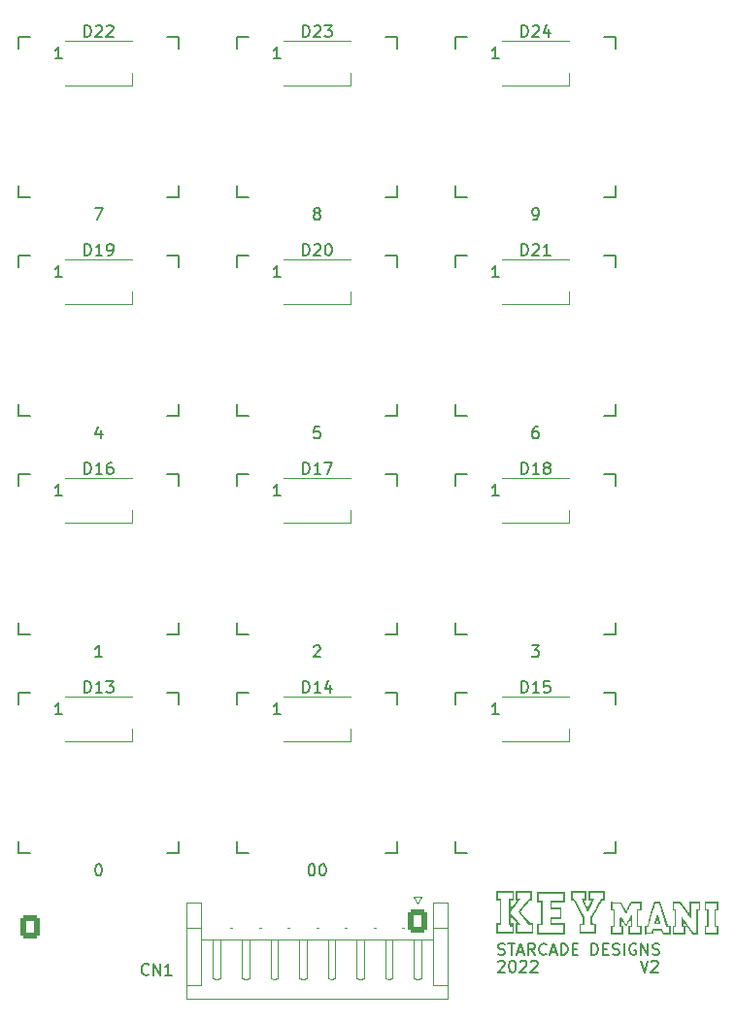
<source format=gto>
%TF.GenerationSoftware,KiCad,Pcbnew,(6.0.1)*%
%TF.CreationDate,2022-02-13T15:50:39-08:00*%
%TF.ProjectId,keymani,6b65796d-616e-4692-9e6b-696361645f70,-*%
%TF.SameCoordinates,Original*%
%TF.FileFunction,Legend,Top*%
%TF.FilePolarity,Positive*%
%FSLAX46Y46*%
G04 Gerber Fmt 4.6, Leading zero omitted, Abs format (unit mm)*
G04 Created by KiCad (PCBNEW (6.0.1)) date 2022-02-13 15:50:39*
%MOMM*%
%LPD*%
G01*
G04 APERTURE LIST*
G04 Aperture macros list*
%AMRoundRect*
0 Rectangle with rounded corners*
0 $1 Rounding radius*
0 $2 $3 $4 $5 $6 $7 $8 $9 X,Y pos of 4 corners*
0 Add a 4 corners polygon primitive as box body*
4,1,4,$2,$3,$4,$5,$6,$7,$8,$9,$2,$3,0*
0 Add four circle primitives for the rounded corners*
1,1,$1+$1,$2,$3*
1,1,$1+$1,$4,$5*
1,1,$1+$1,$6,$7*
1,1,$1+$1,$8,$9*
0 Add four rect primitives between the rounded corners*
20,1,$1+$1,$2,$3,$4,$5,0*
20,1,$1+$1,$4,$5,$6,$7,0*
20,1,$1+$1,$6,$7,$8,$9,0*
20,1,$1+$1,$8,$9,$2,$3,0*%
G04 Aperture macros list end*
%ADD10C,0.150000*%
%ADD11C,0.120000*%
%ADD12R,1.600000X0.850000*%
%ADD13C,1.600000*%
%ADD14C,5.000000*%
%ADD15C,1.701800*%
%ADD16C,2.032000*%
%ADD17RoundRect,0.250000X0.600000X0.725000X-0.600000X0.725000X-0.600000X-0.725000X0.600000X-0.725000X0*%
%ADD18O,1.700000X1.950000*%
%ADD19C,3.500000*%
%ADD20R,1.600000X1.600000*%
%ADD21O,1.600000X1.600000*%
G04 APERTURE END LIST*
D10*
%TO.C,D19*%
X132735714Y-91977380D02*
X132735714Y-90977380D01*
X132973809Y-90977380D01*
X133116666Y-91025000D01*
X133211904Y-91120238D01*
X133259523Y-91215476D01*
X133307142Y-91405952D01*
X133307142Y-91548809D01*
X133259523Y-91739285D01*
X133211904Y-91834523D01*
X133116666Y-91929761D01*
X132973809Y-91977380D01*
X132735714Y-91977380D01*
X134259523Y-91977380D02*
X133688095Y-91977380D01*
X133973809Y-91977380D02*
X133973809Y-90977380D01*
X133878571Y-91120238D01*
X133783333Y-91215476D01*
X133688095Y-91263095D01*
X134735714Y-91977380D02*
X134926190Y-91977380D01*
X135021428Y-91929761D01*
X135069047Y-91882142D01*
X135164285Y-91739285D01*
X135211904Y-91548809D01*
X135211904Y-91167857D01*
X135164285Y-91072619D01*
X135116666Y-91025000D01*
X135021428Y-90977380D01*
X134830952Y-90977380D01*
X134735714Y-91025000D01*
X134688095Y-91072619D01*
X134640476Y-91167857D01*
X134640476Y-91405952D01*
X134688095Y-91501190D01*
X134735714Y-91548809D01*
X134830952Y-91596428D01*
X135021428Y-91596428D01*
X135116666Y-91548809D01*
X135164285Y-91501190D01*
X135211904Y-91405952D01*
X130735714Y-93852380D02*
X130164285Y-93852380D01*
X130450000Y-93852380D02*
X130450000Y-92852380D01*
X130354761Y-92995238D01*
X130259523Y-93090476D01*
X130164285Y-93138095D01*
%TO.C,SW10*%
X133616666Y-87877380D02*
X134283333Y-87877380D01*
X133854761Y-88877380D01*
%TO.C,D23*%
X151785714Y-72927380D02*
X151785714Y-71927380D01*
X152023809Y-71927380D01*
X152166666Y-71975000D01*
X152261904Y-72070238D01*
X152309523Y-72165476D01*
X152357142Y-72355952D01*
X152357142Y-72498809D01*
X152309523Y-72689285D01*
X152261904Y-72784523D01*
X152166666Y-72879761D01*
X152023809Y-72927380D01*
X151785714Y-72927380D01*
X152738095Y-72022619D02*
X152785714Y-71975000D01*
X152880952Y-71927380D01*
X153119047Y-71927380D01*
X153214285Y-71975000D01*
X153261904Y-72022619D01*
X153309523Y-72117857D01*
X153309523Y-72213095D01*
X153261904Y-72355952D01*
X152690476Y-72927380D01*
X153309523Y-72927380D01*
X153642857Y-71927380D02*
X154261904Y-71927380D01*
X153928571Y-72308333D01*
X154071428Y-72308333D01*
X154166666Y-72355952D01*
X154214285Y-72403571D01*
X154261904Y-72498809D01*
X154261904Y-72736904D01*
X154214285Y-72832142D01*
X154166666Y-72879761D01*
X154071428Y-72927380D01*
X153785714Y-72927380D01*
X153690476Y-72879761D01*
X153642857Y-72832142D01*
X149785714Y-74802380D02*
X149214285Y-74802380D01*
X149500000Y-74802380D02*
X149500000Y-73802380D01*
X149404761Y-73945238D01*
X149309523Y-74040476D01*
X149214285Y-74088095D01*
%TO.C,SW5*%
X152714285Y-126072619D02*
X152761904Y-126025000D01*
X152857142Y-125977380D01*
X153095238Y-125977380D01*
X153190476Y-126025000D01*
X153238095Y-126072619D01*
X153285714Y-126167857D01*
X153285714Y-126263095D01*
X153238095Y-126405952D01*
X152666666Y-126977380D01*
X153285714Y-126977380D01*
%TO.C,CN1*%
X138309523Y-154607142D02*
X138261904Y-154654761D01*
X138119047Y-154702380D01*
X138023809Y-154702380D01*
X137880952Y-154654761D01*
X137785714Y-154559523D01*
X137738095Y-154464285D01*
X137690476Y-154273809D01*
X137690476Y-154130952D01*
X137738095Y-153940476D01*
X137785714Y-153845238D01*
X137880952Y-153750000D01*
X138023809Y-153702380D01*
X138119047Y-153702380D01*
X138261904Y-153750000D01*
X138309523Y-153797619D01*
X138738095Y-154702380D02*
X138738095Y-153702380D01*
X139309523Y-154702380D01*
X139309523Y-153702380D01*
X140309523Y-154702380D02*
X139738095Y-154702380D01*
X140023809Y-154702380D02*
X140023809Y-153702380D01*
X139928571Y-153845238D01*
X139833333Y-153940476D01*
X139738095Y-153988095D01*
%TO.C,SW8*%
X153238095Y-106927380D02*
X152761904Y-106927380D01*
X152714285Y-107403571D01*
X152761904Y-107355952D01*
X152857142Y-107308333D01*
X153095238Y-107308333D01*
X153190476Y-107355952D01*
X153238095Y-107403571D01*
X153285714Y-107498809D01*
X153285714Y-107736904D01*
X153238095Y-107832142D01*
X153190476Y-107879761D01*
X153095238Y-107927380D01*
X152857142Y-107927380D01*
X152761904Y-107879761D01*
X152714285Y-107832142D01*
%TO.C,D17*%
X151785714Y-111027380D02*
X151785714Y-110027380D01*
X152023809Y-110027380D01*
X152166666Y-110075000D01*
X152261904Y-110170238D01*
X152309523Y-110265476D01*
X152357142Y-110455952D01*
X152357142Y-110598809D01*
X152309523Y-110789285D01*
X152261904Y-110884523D01*
X152166666Y-110979761D01*
X152023809Y-111027380D01*
X151785714Y-111027380D01*
X153309523Y-111027380D02*
X152738095Y-111027380D01*
X153023809Y-111027380D02*
X153023809Y-110027380D01*
X152928571Y-110170238D01*
X152833333Y-110265476D01*
X152738095Y-110313095D01*
X153642857Y-110027380D02*
X154309523Y-110027380D01*
X153880952Y-111027380D01*
X149785714Y-112902380D02*
X149214285Y-112902380D01*
X149500000Y-112902380D02*
X149500000Y-111902380D01*
X149404761Y-112045238D01*
X149309523Y-112140476D01*
X149214285Y-112188095D01*
%TO.C,D18*%
X170835714Y-111027380D02*
X170835714Y-110027380D01*
X171073809Y-110027380D01*
X171216666Y-110075000D01*
X171311904Y-110170238D01*
X171359523Y-110265476D01*
X171407142Y-110455952D01*
X171407142Y-110598809D01*
X171359523Y-110789285D01*
X171311904Y-110884523D01*
X171216666Y-110979761D01*
X171073809Y-111027380D01*
X170835714Y-111027380D01*
X172359523Y-111027380D02*
X171788095Y-111027380D01*
X172073809Y-111027380D02*
X172073809Y-110027380D01*
X171978571Y-110170238D01*
X171883333Y-110265476D01*
X171788095Y-110313095D01*
X172930952Y-110455952D02*
X172835714Y-110408333D01*
X172788095Y-110360714D01*
X172740476Y-110265476D01*
X172740476Y-110217857D01*
X172788095Y-110122619D01*
X172835714Y-110075000D01*
X172930952Y-110027380D01*
X173121428Y-110027380D01*
X173216666Y-110075000D01*
X173264285Y-110122619D01*
X173311904Y-110217857D01*
X173311904Y-110265476D01*
X173264285Y-110360714D01*
X173216666Y-110408333D01*
X173121428Y-110455952D01*
X172930952Y-110455952D01*
X172835714Y-110503571D01*
X172788095Y-110551190D01*
X172740476Y-110646428D01*
X172740476Y-110836904D01*
X172788095Y-110932142D01*
X172835714Y-110979761D01*
X172930952Y-111027380D01*
X173121428Y-111027380D01*
X173216666Y-110979761D01*
X173264285Y-110932142D01*
X173311904Y-110836904D01*
X173311904Y-110646428D01*
X173264285Y-110551190D01*
X173216666Y-110503571D01*
X173121428Y-110455952D01*
X168835714Y-112902380D02*
X168264285Y-112902380D01*
X168550000Y-112902380D02*
X168550000Y-111902380D01*
X168454761Y-112045238D01*
X168359523Y-112140476D01*
X168264285Y-112188095D01*
%TO.C,D15*%
X170835714Y-130077380D02*
X170835714Y-129077380D01*
X171073809Y-129077380D01*
X171216666Y-129125000D01*
X171311904Y-129220238D01*
X171359523Y-129315476D01*
X171407142Y-129505952D01*
X171407142Y-129648809D01*
X171359523Y-129839285D01*
X171311904Y-129934523D01*
X171216666Y-130029761D01*
X171073809Y-130077380D01*
X170835714Y-130077380D01*
X172359523Y-130077380D02*
X171788095Y-130077380D01*
X172073809Y-130077380D02*
X172073809Y-129077380D01*
X171978571Y-129220238D01*
X171883333Y-129315476D01*
X171788095Y-129363095D01*
X173264285Y-129077380D02*
X172788095Y-129077380D01*
X172740476Y-129553571D01*
X172788095Y-129505952D01*
X172883333Y-129458333D01*
X173121428Y-129458333D01*
X173216666Y-129505952D01*
X173264285Y-129553571D01*
X173311904Y-129648809D01*
X173311904Y-129886904D01*
X173264285Y-129982142D01*
X173216666Y-130029761D01*
X173121428Y-130077380D01*
X172883333Y-130077380D01*
X172788095Y-130029761D01*
X172740476Y-129982142D01*
X168835714Y-131952380D02*
X168264285Y-131952380D01*
X168550000Y-131952380D02*
X168550000Y-130952380D01*
X168454761Y-131095238D01*
X168359523Y-131190476D01*
X168264285Y-131238095D01*
%TO.C,SW9*%
X172240476Y-106927380D02*
X172050000Y-106927380D01*
X171954761Y-106975000D01*
X171907142Y-107022619D01*
X171811904Y-107165476D01*
X171764285Y-107355952D01*
X171764285Y-107736904D01*
X171811904Y-107832142D01*
X171859523Y-107879761D01*
X171954761Y-107927380D01*
X172145238Y-107927380D01*
X172240476Y-107879761D01*
X172288095Y-107832142D01*
X172335714Y-107736904D01*
X172335714Y-107498809D01*
X172288095Y-107403571D01*
X172240476Y-107355952D01*
X172145238Y-107308333D01*
X171954761Y-107308333D01*
X171859523Y-107355952D01*
X171811904Y-107403571D01*
X171764285Y-107498809D01*
%TO.C,D16*%
X132735714Y-111027380D02*
X132735714Y-110027380D01*
X132973809Y-110027380D01*
X133116666Y-110075000D01*
X133211904Y-110170238D01*
X133259523Y-110265476D01*
X133307142Y-110455952D01*
X133307142Y-110598809D01*
X133259523Y-110789285D01*
X133211904Y-110884523D01*
X133116666Y-110979761D01*
X132973809Y-111027380D01*
X132735714Y-111027380D01*
X134259523Y-111027380D02*
X133688095Y-111027380D01*
X133973809Y-111027380D02*
X133973809Y-110027380D01*
X133878571Y-110170238D01*
X133783333Y-110265476D01*
X133688095Y-110313095D01*
X135116666Y-110027380D02*
X134926190Y-110027380D01*
X134830952Y-110075000D01*
X134783333Y-110122619D01*
X134688095Y-110265476D01*
X134640476Y-110455952D01*
X134640476Y-110836904D01*
X134688095Y-110932142D01*
X134735714Y-110979761D01*
X134830952Y-111027380D01*
X135021428Y-111027380D01*
X135116666Y-110979761D01*
X135164285Y-110932142D01*
X135211904Y-110836904D01*
X135211904Y-110598809D01*
X135164285Y-110503571D01*
X135116666Y-110455952D01*
X135021428Y-110408333D01*
X134830952Y-110408333D01*
X134735714Y-110455952D01*
X134688095Y-110503571D01*
X134640476Y-110598809D01*
X130735714Y-112902380D02*
X130164285Y-112902380D01*
X130450000Y-112902380D02*
X130450000Y-111902380D01*
X130354761Y-112045238D01*
X130259523Y-112140476D01*
X130164285Y-112188095D01*
%TO.C,SW12*%
X171859523Y-88877380D02*
X172050000Y-88877380D01*
X172145238Y-88829761D01*
X172192857Y-88782142D01*
X172288095Y-88639285D01*
X172335714Y-88448809D01*
X172335714Y-88067857D01*
X172288095Y-87972619D01*
X172240476Y-87925000D01*
X172145238Y-87877380D01*
X171954761Y-87877380D01*
X171859523Y-87925000D01*
X171811904Y-87972619D01*
X171764285Y-88067857D01*
X171764285Y-88305952D01*
X171811904Y-88401190D01*
X171859523Y-88448809D01*
X171954761Y-88496428D01*
X172145238Y-88496428D01*
X172240476Y-88448809D01*
X172288095Y-88401190D01*
X172335714Y-88305952D01*
%TO.C,SW2*%
X152476190Y-145027380D02*
X152571428Y-145027380D01*
X152666666Y-145075000D01*
X152714285Y-145122619D01*
X152761904Y-145217857D01*
X152809523Y-145408333D01*
X152809523Y-145646428D01*
X152761904Y-145836904D01*
X152714285Y-145932142D01*
X152666666Y-145979761D01*
X152571428Y-146027380D01*
X152476190Y-146027380D01*
X152380952Y-145979761D01*
X152333333Y-145932142D01*
X152285714Y-145836904D01*
X152238095Y-145646428D01*
X152238095Y-145408333D01*
X152285714Y-145217857D01*
X152333333Y-145122619D01*
X152380952Y-145075000D01*
X152476190Y-145027380D01*
X153428571Y-145027380D02*
X153523809Y-145027380D01*
X153619047Y-145075000D01*
X153666666Y-145122619D01*
X153714285Y-145217857D01*
X153761904Y-145408333D01*
X153761904Y-145646428D01*
X153714285Y-145836904D01*
X153666666Y-145932142D01*
X153619047Y-145979761D01*
X153523809Y-146027380D01*
X153428571Y-146027380D01*
X153333333Y-145979761D01*
X153285714Y-145932142D01*
X153238095Y-145836904D01*
X153190476Y-145646428D01*
X153190476Y-145408333D01*
X153238095Y-145217857D01*
X153285714Y-145122619D01*
X153333333Y-145075000D01*
X153428571Y-145027380D01*
%TO.C,D13*%
X132735714Y-130077380D02*
X132735714Y-129077380D01*
X132973809Y-129077380D01*
X133116666Y-129125000D01*
X133211904Y-129220238D01*
X133259523Y-129315476D01*
X133307142Y-129505952D01*
X133307142Y-129648809D01*
X133259523Y-129839285D01*
X133211904Y-129934523D01*
X133116666Y-130029761D01*
X132973809Y-130077380D01*
X132735714Y-130077380D01*
X134259523Y-130077380D02*
X133688095Y-130077380D01*
X133973809Y-130077380D02*
X133973809Y-129077380D01*
X133878571Y-129220238D01*
X133783333Y-129315476D01*
X133688095Y-129363095D01*
X134592857Y-129077380D02*
X135211904Y-129077380D01*
X134878571Y-129458333D01*
X135021428Y-129458333D01*
X135116666Y-129505952D01*
X135164285Y-129553571D01*
X135211904Y-129648809D01*
X135211904Y-129886904D01*
X135164285Y-129982142D01*
X135116666Y-130029761D01*
X135021428Y-130077380D01*
X134735714Y-130077380D01*
X134640476Y-130029761D01*
X134592857Y-129982142D01*
X130735714Y-131952380D02*
X130164285Y-131952380D01*
X130450000Y-131952380D02*
X130450000Y-130952380D01*
X130354761Y-131095238D01*
X130259523Y-131190476D01*
X130164285Y-131238095D01*
%TO.C,D24*%
X170835714Y-72927380D02*
X170835714Y-71927380D01*
X171073809Y-71927380D01*
X171216666Y-71975000D01*
X171311904Y-72070238D01*
X171359523Y-72165476D01*
X171407142Y-72355952D01*
X171407142Y-72498809D01*
X171359523Y-72689285D01*
X171311904Y-72784523D01*
X171216666Y-72879761D01*
X171073809Y-72927380D01*
X170835714Y-72927380D01*
X171788095Y-72022619D02*
X171835714Y-71975000D01*
X171930952Y-71927380D01*
X172169047Y-71927380D01*
X172264285Y-71975000D01*
X172311904Y-72022619D01*
X172359523Y-72117857D01*
X172359523Y-72213095D01*
X172311904Y-72355952D01*
X171740476Y-72927380D01*
X172359523Y-72927380D01*
X173216666Y-72260714D02*
X173216666Y-72927380D01*
X172978571Y-71879761D02*
X172740476Y-72594047D01*
X173359523Y-72594047D01*
X168835714Y-74802380D02*
X168264285Y-74802380D01*
X168550000Y-74802380D02*
X168550000Y-73802380D01*
X168454761Y-73945238D01*
X168359523Y-74040476D01*
X168264285Y-74088095D01*
%TO.C,D22*%
X132735714Y-72927380D02*
X132735714Y-71927380D01*
X132973809Y-71927380D01*
X133116666Y-71975000D01*
X133211904Y-72070238D01*
X133259523Y-72165476D01*
X133307142Y-72355952D01*
X133307142Y-72498809D01*
X133259523Y-72689285D01*
X133211904Y-72784523D01*
X133116666Y-72879761D01*
X132973809Y-72927380D01*
X132735714Y-72927380D01*
X133688095Y-72022619D02*
X133735714Y-71975000D01*
X133830952Y-71927380D01*
X134069047Y-71927380D01*
X134164285Y-71975000D01*
X134211904Y-72022619D01*
X134259523Y-72117857D01*
X134259523Y-72213095D01*
X134211904Y-72355952D01*
X133640476Y-72927380D01*
X134259523Y-72927380D01*
X134640476Y-72022619D02*
X134688095Y-71975000D01*
X134783333Y-71927380D01*
X135021428Y-71927380D01*
X135116666Y-71975000D01*
X135164285Y-72022619D01*
X135211904Y-72117857D01*
X135211904Y-72213095D01*
X135164285Y-72355952D01*
X134592857Y-72927380D01*
X135211904Y-72927380D01*
X130735714Y-74802380D02*
X130164285Y-74802380D01*
X130450000Y-74802380D02*
X130450000Y-73802380D01*
X130354761Y-73945238D01*
X130259523Y-74040476D01*
X130164285Y-74088095D01*
%TO.C,SW1*%
X133902380Y-145027380D02*
X133997619Y-145027380D01*
X134092857Y-145075000D01*
X134140476Y-145122619D01*
X134188095Y-145217857D01*
X134235714Y-145408333D01*
X134235714Y-145646428D01*
X134188095Y-145836904D01*
X134140476Y-145932142D01*
X134092857Y-145979761D01*
X133997619Y-146027380D01*
X133902380Y-146027380D01*
X133807142Y-145979761D01*
X133759523Y-145932142D01*
X133711904Y-145836904D01*
X133664285Y-145646428D01*
X133664285Y-145408333D01*
X133711904Y-145217857D01*
X133759523Y-145122619D01*
X133807142Y-145075000D01*
X133902380Y-145027380D01*
%TO.C,D20*%
X151785714Y-91977380D02*
X151785714Y-90977380D01*
X152023809Y-90977380D01*
X152166666Y-91025000D01*
X152261904Y-91120238D01*
X152309523Y-91215476D01*
X152357142Y-91405952D01*
X152357142Y-91548809D01*
X152309523Y-91739285D01*
X152261904Y-91834523D01*
X152166666Y-91929761D01*
X152023809Y-91977380D01*
X151785714Y-91977380D01*
X152738095Y-91072619D02*
X152785714Y-91025000D01*
X152880952Y-90977380D01*
X153119047Y-90977380D01*
X153214285Y-91025000D01*
X153261904Y-91072619D01*
X153309523Y-91167857D01*
X153309523Y-91263095D01*
X153261904Y-91405952D01*
X152690476Y-91977380D01*
X153309523Y-91977380D01*
X153928571Y-90977380D02*
X154023809Y-90977380D01*
X154119047Y-91025000D01*
X154166666Y-91072619D01*
X154214285Y-91167857D01*
X154261904Y-91358333D01*
X154261904Y-91596428D01*
X154214285Y-91786904D01*
X154166666Y-91882142D01*
X154119047Y-91929761D01*
X154023809Y-91977380D01*
X153928571Y-91977380D01*
X153833333Y-91929761D01*
X153785714Y-91882142D01*
X153738095Y-91786904D01*
X153690476Y-91596428D01*
X153690476Y-91358333D01*
X153738095Y-91167857D01*
X153785714Y-91072619D01*
X153833333Y-91025000D01*
X153928571Y-90977380D01*
X149785714Y-93852380D02*
X149214285Y-93852380D01*
X149500000Y-93852380D02*
X149500000Y-92852380D01*
X149404761Y-92995238D01*
X149309523Y-93090476D01*
X149214285Y-93138095D01*
%TO.C,REF\u002A\u002A*%
X168787976Y-152904761D02*
X168930833Y-152952380D01*
X169168928Y-152952380D01*
X169264166Y-152904761D01*
X169311785Y-152857142D01*
X169359404Y-152761904D01*
X169359404Y-152666666D01*
X169311785Y-152571428D01*
X169264166Y-152523809D01*
X169168928Y-152476190D01*
X168978452Y-152428571D01*
X168883214Y-152380952D01*
X168835595Y-152333333D01*
X168787976Y-152238095D01*
X168787976Y-152142857D01*
X168835595Y-152047619D01*
X168883214Y-152000000D01*
X168978452Y-151952380D01*
X169216547Y-151952380D01*
X169359404Y-152000000D01*
X169645119Y-151952380D02*
X170216547Y-151952380D01*
X169930833Y-152952380D02*
X169930833Y-151952380D01*
X170502261Y-152666666D02*
X170978452Y-152666666D01*
X170407023Y-152952380D02*
X170740357Y-151952380D01*
X171073690Y-152952380D01*
X171978452Y-152952380D02*
X171645119Y-152476190D01*
X171407023Y-152952380D02*
X171407023Y-151952380D01*
X171787976Y-151952380D01*
X171883214Y-152000000D01*
X171930833Y-152047619D01*
X171978452Y-152142857D01*
X171978452Y-152285714D01*
X171930833Y-152380952D01*
X171883214Y-152428571D01*
X171787976Y-152476190D01*
X171407023Y-152476190D01*
X172978452Y-152857142D02*
X172930833Y-152904761D01*
X172787976Y-152952380D01*
X172692738Y-152952380D01*
X172549880Y-152904761D01*
X172454642Y-152809523D01*
X172407023Y-152714285D01*
X172359404Y-152523809D01*
X172359404Y-152380952D01*
X172407023Y-152190476D01*
X172454642Y-152095238D01*
X172549880Y-152000000D01*
X172692738Y-151952380D01*
X172787976Y-151952380D01*
X172930833Y-152000000D01*
X172978452Y-152047619D01*
X173359404Y-152666666D02*
X173835595Y-152666666D01*
X173264166Y-152952380D02*
X173597500Y-151952380D01*
X173930833Y-152952380D01*
X174264166Y-152952380D02*
X174264166Y-151952380D01*
X174502261Y-151952380D01*
X174645119Y-152000000D01*
X174740357Y-152095238D01*
X174787976Y-152190476D01*
X174835595Y-152380952D01*
X174835595Y-152523809D01*
X174787976Y-152714285D01*
X174740357Y-152809523D01*
X174645119Y-152904761D01*
X174502261Y-152952380D01*
X174264166Y-152952380D01*
X175264166Y-152428571D02*
X175597500Y-152428571D01*
X175740357Y-152952380D02*
X175264166Y-152952380D01*
X175264166Y-151952380D01*
X175740357Y-151952380D01*
X176930833Y-152952380D02*
X176930833Y-151952380D01*
X177168928Y-151952380D01*
X177311785Y-152000000D01*
X177407023Y-152095238D01*
X177454642Y-152190476D01*
X177502261Y-152380952D01*
X177502261Y-152523809D01*
X177454642Y-152714285D01*
X177407023Y-152809523D01*
X177311785Y-152904761D01*
X177168928Y-152952380D01*
X176930833Y-152952380D01*
X177930833Y-152428571D02*
X178264166Y-152428571D01*
X178407023Y-152952380D02*
X177930833Y-152952380D01*
X177930833Y-151952380D01*
X178407023Y-151952380D01*
X178787976Y-152904761D02*
X178930833Y-152952380D01*
X179168928Y-152952380D01*
X179264166Y-152904761D01*
X179311785Y-152857142D01*
X179359404Y-152761904D01*
X179359404Y-152666666D01*
X179311785Y-152571428D01*
X179264166Y-152523809D01*
X179168928Y-152476190D01*
X178978452Y-152428571D01*
X178883214Y-152380952D01*
X178835595Y-152333333D01*
X178787976Y-152238095D01*
X178787976Y-152142857D01*
X178835595Y-152047619D01*
X178883214Y-152000000D01*
X178978452Y-151952380D01*
X179216547Y-151952380D01*
X179359404Y-152000000D01*
X179787976Y-152952380D02*
X179787976Y-151952380D01*
X180787976Y-152000000D02*
X180692738Y-151952380D01*
X180549880Y-151952380D01*
X180407023Y-152000000D01*
X180311785Y-152095238D01*
X180264166Y-152190476D01*
X180216547Y-152380952D01*
X180216547Y-152523809D01*
X180264166Y-152714285D01*
X180311785Y-152809523D01*
X180407023Y-152904761D01*
X180549880Y-152952380D01*
X180645119Y-152952380D01*
X180787976Y-152904761D01*
X180835595Y-152857142D01*
X180835595Y-152523809D01*
X180645119Y-152523809D01*
X181264166Y-152952380D02*
X181264166Y-151952380D01*
X181835595Y-152952380D01*
X181835595Y-151952380D01*
X182264166Y-152904761D02*
X182407023Y-152952380D01*
X182645119Y-152952380D01*
X182740357Y-152904761D01*
X182787976Y-152857142D01*
X182835595Y-152761904D01*
X182835595Y-152666666D01*
X182787976Y-152571428D01*
X182740357Y-152523809D01*
X182645119Y-152476190D01*
X182454642Y-152428571D01*
X182359404Y-152380952D01*
X182311785Y-152333333D01*
X182264166Y-152238095D01*
X182264166Y-152142857D01*
X182311785Y-152047619D01*
X182359404Y-152000000D01*
X182454642Y-151952380D01*
X182692738Y-151952380D01*
X182835595Y-152000000D01*
X168787976Y-153547619D02*
X168835595Y-153500000D01*
X168930833Y-153452380D01*
X169168928Y-153452380D01*
X169264166Y-153500000D01*
X169311785Y-153547619D01*
X169359404Y-153642857D01*
X169359404Y-153738095D01*
X169311785Y-153880952D01*
X168740357Y-154452380D01*
X169359404Y-154452380D01*
X169978452Y-153452380D02*
X170073690Y-153452380D01*
X170168928Y-153500000D01*
X170216547Y-153547619D01*
X170264166Y-153642857D01*
X170311785Y-153833333D01*
X170311785Y-154071428D01*
X170264166Y-154261904D01*
X170216547Y-154357142D01*
X170168928Y-154404761D01*
X170073690Y-154452380D01*
X169978452Y-154452380D01*
X169883214Y-154404761D01*
X169835595Y-154357142D01*
X169787976Y-154261904D01*
X169740357Y-154071428D01*
X169740357Y-153833333D01*
X169787976Y-153642857D01*
X169835595Y-153547619D01*
X169883214Y-153500000D01*
X169978452Y-153452380D01*
X170692738Y-153547619D02*
X170740357Y-153500000D01*
X170835595Y-153452380D01*
X171073690Y-153452380D01*
X171168928Y-153500000D01*
X171216547Y-153547619D01*
X171264166Y-153642857D01*
X171264166Y-153738095D01*
X171216547Y-153880952D01*
X170645119Y-154452380D01*
X171264166Y-154452380D01*
X171645119Y-153547619D02*
X171692738Y-153500000D01*
X171787976Y-153452380D01*
X172026071Y-153452380D01*
X172121309Y-153500000D01*
X172168928Y-153547619D01*
X172216547Y-153642857D01*
X172216547Y-153738095D01*
X172168928Y-153880952D01*
X171597500Y-154452380D01*
X172216547Y-154452380D01*
X181192738Y-153452380D02*
X181526071Y-154452380D01*
X181859404Y-153452380D01*
X182145119Y-153547619D02*
X182192738Y-153500000D01*
X182287976Y-153452380D01*
X182526071Y-153452380D01*
X182621309Y-153500000D01*
X182668928Y-153547619D01*
X182716547Y-153642857D01*
X182716547Y-153738095D01*
X182668928Y-153880952D01*
X182097500Y-154452380D01*
X182716547Y-154452380D01*
%TO.C,D21*%
X170835714Y-91977380D02*
X170835714Y-90977380D01*
X171073809Y-90977380D01*
X171216666Y-91025000D01*
X171311904Y-91120238D01*
X171359523Y-91215476D01*
X171407142Y-91405952D01*
X171407142Y-91548809D01*
X171359523Y-91739285D01*
X171311904Y-91834523D01*
X171216666Y-91929761D01*
X171073809Y-91977380D01*
X170835714Y-91977380D01*
X171788095Y-91072619D02*
X171835714Y-91025000D01*
X171930952Y-90977380D01*
X172169047Y-90977380D01*
X172264285Y-91025000D01*
X172311904Y-91072619D01*
X172359523Y-91167857D01*
X172359523Y-91263095D01*
X172311904Y-91405952D01*
X171740476Y-91977380D01*
X172359523Y-91977380D01*
X173311904Y-91977380D02*
X172740476Y-91977380D01*
X173026190Y-91977380D02*
X173026190Y-90977380D01*
X172930952Y-91120238D01*
X172835714Y-91215476D01*
X172740476Y-91263095D01*
X168835714Y-93852380D02*
X168264285Y-93852380D01*
X168550000Y-93852380D02*
X168550000Y-92852380D01*
X168454761Y-92995238D01*
X168359523Y-93090476D01*
X168264285Y-93138095D01*
%TO.C,D14*%
X151785714Y-130077380D02*
X151785714Y-129077380D01*
X152023809Y-129077380D01*
X152166666Y-129125000D01*
X152261904Y-129220238D01*
X152309523Y-129315476D01*
X152357142Y-129505952D01*
X152357142Y-129648809D01*
X152309523Y-129839285D01*
X152261904Y-129934523D01*
X152166666Y-130029761D01*
X152023809Y-130077380D01*
X151785714Y-130077380D01*
X153309523Y-130077380D02*
X152738095Y-130077380D01*
X153023809Y-130077380D02*
X153023809Y-129077380D01*
X152928571Y-129220238D01*
X152833333Y-129315476D01*
X152738095Y-129363095D01*
X154166666Y-129410714D02*
X154166666Y-130077380D01*
X153928571Y-129029761D02*
X153690476Y-129744047D01*
X154309523Y-129744047D01*
X149785714Y-131952380D02*
X149214285Y-131952380D01*
X149500000Y-131952380D02*
X149500000Y-130952380D01*
X149404761Y-131095238D01*
X149309523Y-131190476D01*
X149214285Y-131238095D01*
%TO.C,SW3*%
%TO.C,SW6*%
X171716666Y-125977380D02*
X172335714Y-125977380D01*
X172002380Y-126358333D01*
X172145238Y-126358333D01*
X172240476Y-126405952D01*
X172288095Y-126453571D01*
X172335714Y-126548809D01*
X172335714Y-126786904D01*
X172288095Y-126882142D01*
X172240476Y-126929761D01*
X172145238Y-126977380D01*
X171859523Y-126977380D01*
X171764285Y-126929761D01*
X171716666Y-126882142D01*
%TO.C,SW4*%
X134235714Y-126977380D02*
X133664285Y-126977380D01*
X133950000Y-126977380D02*
X133950000Y-125977380D01*
X133854761Y-126120238D01*
X133759523Y-126215476D01*
X133664285Y-126263095D01*
%TO.C,SW11*%
X152904761Y-88305952D02*
X152809523Y-88258333D01*
X152761904Y-88210714D01*
X152714285Y-88115476D01*
X152714285Y-88067857D01*
X152761904Y-87972619D01*
X152809523Y-87925000D01*
X152904761Y-87877380D01*
X153095238Y-87877380D01*
X153190476Y-87925000D01*
X153238095Y-87972619D01*
X153285714Y-88067857D01*
X153285714Y-88115476D01*
X153238095Y-88210714D01*
X153190476Y-88258333D01*
X153095238Y-88305952D01*
X152904761Y-88305952D01*
X152809523Y-88353571D01*
X152761904Y-88401190D01*
X152714285Y-88496428D01*
X152714285Y-88686904D01*
X152761904Y-88782142D01*
X152809523Y-88829761D01*
X152904761Y-88877380D01*
X153095238Y-88877380D01*
X153190476Y-88829761D01*
X153238095Y-88782142D01*
X153285714Y-88686904D01*
X153285714Y-88496428D01*
X153238095Y-88401190D01*
X153190476Y-88353571D01*
X153095238Y-88305952D01*
%TO.C,SW7*%
X134140476Y-107260714D02*
X134140476Y-107927380D01*
X133902380Y-106879761D02*
X133664285Y-107594047D01*
X134283333Y-107594047D01*
D11*
%TO.C,D19*%
X131000000Y-92325000D02*
X136900000Y-92325000D01*
X131000000Y-96225000D02*
X136900000Y-96225000D01*
X136900000Y-96225000D02*
X136900000Y-95150000D01*
D10*
%TO.C,SW10*%
X140950000Y-72925000D02*
X139950000Y-72925000D01*
X127950000Y-72925000D02*
X126950000Y-72925000D01*
X140950000Y-85925000D02*
X140950000Y-86925000D01*
X126950000Y-73925000D02*
X126950000Y-72925000D01*
X140950000Y-72925000D02*
X140950000Y-73925000D01*
X126950000Y-86925000D02*
X126950000Y-85925000D01*
X139950000Y-86925000D02*
X140950000Y-86925000D01*
X126950000Y-86925000D02*
X127950000Y-86925000D01*
D11*
%TO.C,D23*%
X150050000Y-77175000D02*
X155950000Y-77175000D01*
X155950000Y-77175000D02*
X155950000Y-76100000D01*
X150050000Y-73275000D02*
X155950000Y-73275000D01*
D10*
%TO.C,SW5*%
X146000000Y-125025000D02*
X147000000Y-125025000D01*
X147000000Y-111025000D02*
X146000000Y-111025000D01*
X160000000Y-111025000D02*
X160000000Y-112025000D01*
X159000000Y-125025000D02*
X160000000Y-125025000D01*
X146000000Y-125025000D02*
X146000000Y-124025000D01*
X160000000Y-111025000D02*
X159000000Y-111025000D01*
X160000000Y-124025000D02*
X160000000Y-125025000D01*
X146000000Y-112025000D02*
X146000000Y-111025000D01*
D11*
%TO.C,CN1*%
X152070000Y-151557500D02*
X152070000Y-154977500D01*
X154250000Y-155057500D02*
X153930000Y-154977500D01*
X149570000Y-154977500D02*
X149250000Y-155057500D01*
X157070000Y-154977500D02*
X156750000Y-155057500D01*
X153930000Y-151557500D02*
X154250000Y-151557500D01*
X141640000Y-148357500D02*
X142860000Y-148357500D01*
X163140000Y-155557500D02*
X163140000Y-150557500D01*
X164360000Y-148357500D02*
X164360000Y-156777500D01*
X155580000Y-150557500D02*
X155420000Y-150557500D01*
X156750000Y-155057500D02*
X156430000Y-154977500D01*
X146750000Y-155057500D02*
X146430000Y-154977500D01*
X163140000Y-151557500D02*
X142860000Y-151557500D01*
X163140000Y-148357500D02*
X164360000Y-148357500D01*
X149250000Y-155057500D02*
X148930000Y-154977500D01*
X151430000Y-151557500D02*
X151750000Y-151557500D01*
X158930000Y-154977500D02*
X158930000Y-151557500D01*
X149250000Y-151557500D02*
X149570000Y-151557500D01*
X142860000Y-150557500D02*
X141640000Y-150557500D01*
X148930000Y-154977500D02*
X148930000Y-151557500D01*
X145580000Y-150557500D02*
X145420000Y-150557500D01*
X164360000Y-156777500D02*
X141640000Y-156777500D01*
X161450000Y-147867500D02*
X161750000Y-148467500D01*
X143930000Y-151557500D02*
X144250000Y-151557500D01*
X142860000Y-148357500D02*
X142860000Y-150557500D01*
X162070000Y-154977500D02*
X161750000Y-155057500D01*
X150580000Y-150557500D02*
X150420000Y-150557500D01*
X159250000Y-155057500D02*
X158930000Y-154977500D01*
X159570000Y-151557500D02*
X159570000Y-154977500D01*
X161750000Y-151557500D02*
X162070000Y-151557500D01*
X144570000Y-154977500D02*
X144250000Y-155057500D01*
X163140000Y-150557500D02*
X164360000Y-150557500D01*
X151750000Y-155057500D02*
X151430000Y-154977500D01*
X161750000Y-155057500D02*
X161430000Y-154977500D01*
X154570000Y-154977500D02*
X154250000Y-155057500D01*
X156750000Y-151557500D02*
X157070000Y-151557500D01*
X151430000Y-154977500D02*
X151430000Y-151557500D01*
X148080000Y-150557500D02*
X147920000Y-150557500D01*
X154250000Y-151557500D02*
X154570000Y-151557500D01*
X147070000Y-154977500D02*
X146750000Y-155057500D01*
X146750000Y-151557500D02*
X147070000Y-151557500D01*
X143930000Y-154977500D02*
X143930000Y-151557500D01*
X159250000Y-151557500D02*
X159570000Y-151557500D01*
X161430000Y-154977500D02*
X161430000Y-151557500D01*
X156430000Y-154977500D02*
X156430000Y-151557500D01*
X162070000Y-151557500D02*
X162070000Y-154977500D01*
X146430000Y-154977500D02*
X146430000Y-151557500D01*
X159570000Y-154977500D02*
X159250000Y-155057500D01*
X144250000Y-151557500D02*
X144570000Y-151557500D01*
X152070000Y-154977500D02*
X151750000Y-155057500D01*
X151750000Y-151557500D02*
X152070000Y-151557500D01*
X148930000Y-151557500D02*
X149250000Y-151557500D01*
X144250000Y-155057500D02*
X143930000Y-154977500D01*
X147070000Y-151557500D02*
X147070000Y-154977500D01*
X161430000Y-151557500D02*
X161750000Y-151557500D01*
X141640000Y-155557500D02*
X142860000Y-155557500D01*
X141640000Y-156777500D02*
X141640000Y-148357500D01*
X161750000Y-148467500D02*
X162050000Y-147867500D01*
X162050000Y-147867500D02*
X161450000Y-147867500D01*
X154570000Y-151557500D02*
X154570000Y-154977500D01*
X144570000Y-151557500D02*
X144570000Y-154977500D01*
X156430000Y-151557500D02*
X156750000Y-151557500D01*
X157070000Y-151557500D02*
X157070000Y-154977500D01*
X160580000Y-150557500D02*
X160420000Y-150557500D01*
X153080000Y-150557500D02*
X152920000Y-150557500D01*
X164360000Y-155557500D02*
X163140000Y-155557500D01*
X158930000Y-151557500D02*
X159250000Y-151557500D01*
X142860000Y-155557500D02*
X142860000Y-150557500D01*
X153930000Y-154977500D02*
X153930000Y-151557500D01*
X163140000Y-150557500D02*
X163140000Y-148357500D01*
X149570000Y-151557500D02*
X149570000Y-154977500D01*
X146430000Y-151557500D02*
X146750000Y-151557500D01*
X158080000Y-150557500D02*
X157920000Y-150557500D01*
D10*
%TO.C,SW8*%
X146000000Y-105975000D02*
X147000000Y-105975000D01*
X159000000Y-105975000D02*
X160000000Y-105975000D01*
X160000000Y-91975000D02*
X159000000Y-91975000D01*
X147000000Y-91975000D02*
X146000000Y-91975000D01*
X160000000Y-91975000D02*
X160000000Y-92975000D01*
X146000000Y-105975000D02*
X146000000Y-104975000D01*
X146000000Y-92975000D02*
X146000000Y-91975000D01*
X160000000Y-104975000D02*
X160000000Y-105975000D01*
D11*
%TO.C,D17*%
X155950000Y-115275000D02*
X155950000Y-114200000D01*
X150050000Y-115275000D02*
X155950000Y-115275000D01*
X150050000Y-111375000D02*
X155950000Y-111375000D01*
%TO.C,D18*%
X175000000Y-115275000D02*
X175000000Y-114200000D01*
X169100000Y-115275000D02*
X175000000Y-115275000D01*
X169100000Y-111375000D02*
X175000000Y-111375000D01*
%TO.C,G\u002A\u002A\u002A*%
G36*
X172518158Y-150202631D02*
G01*
X172518158Y-148364474D01*
X172183948Y-148364474D01*
X172183948Y-147428684D01*
X174623684Y-147428684D01*
X174623684Y-148397895D01*
X173453948Y-148397895D01*
X173453948Y-148765526D01*
X174322895Y-148765526D01*
X174322895Y-149801579D01*
X173453948Y-149801579D01*
X173453948Y-150135789D01*
X174623684Y-150135789D01*
X174623684Y-151138421D01*
X172183948Y-151138421D01*
X172183948Y-150971316D01*
X172351053Y-150971316D01*
X174456579Y-150971316D01*
X174456579Y-150302895D01*
X173320263Y-150302895D01*
X173320263Y-149634474D01*
X174191631Y-149634474D01*
X174182066Y-149308618D01*
X174172500Y-148982763D01*
X173746382Y-148973409D01*
X173320263Y-148964055D01*
X173320263Y-148230789D01*
X174456579Y-148230789D01*
X174456579Y-147595789D01*
X172351053Y-147595789D01*
X172351053Y-148193706D01*
X172509803Y-148203892D01*
X172668553Y-148214079D01*
X172677378Y-149275197D01*
X172686202Y-150336316D01*
X172351053Y-150336316D01*
X172351053Y-150971316D01*
X172183948Y-150971316D01*
X172183948Y-150202631D01*
X172518158Y-150202631D01*
G37*
G36*
X178834737Y-150403158D02*
G01*
X178834737Y-149066316D01*
X178600790Y-149066316D01*
X178600790Y-148329166D01*
X179056634Y-148338465D01*
X179512478Y-148347763D01*
X179930850Y-149141401D01*
X180137420Y-148736227D01*
X180343991Y-148331053D01*
X181274474Y-148331053D01*
X181274474Y-149066316D01*
X181007106Y-149066316D01*
X181007106Y-150403158D01*
X181274474Y-150403158D01*
X181274474Y-151138421D01*
X180138158Y-151138421D01*
X180138158Y-150403158D01*
X180338684Y-150403158D01*
X180337930Y-150127434D01*
X180337175Y-149851710D01*
X180229311Y-150025816D01*
X180150238Y-150154333D01*
X180067600Y-150289975D01*
X180027932Y-150355696D01*
X179934416Y-150511469D01*
X179748751Y-150215011D01*
X179670804Y-150091201D01*
X179606281Y-149989934D01*
X179563191Y-149923707D01*
X179549832Y-149904627D01*
X179543592Y-149928446D01*
X179538932Y-150004095D01*
X179536673Y-150116567D01*
X179536579Y-150146930D01*
X179537567Y-150276145D01*
X179543557Y-150352448D01*
X179559091Y-150389765D01*
X179588711Y-150402026D01*
X179620132Y-150403158D01*
X179703684Y-150403158D01*
X179703684Y-151138421D01*
X178600790Y-151138421D01*
X178600790Y-151004737D01*
X178734474Y-151004737D01*
X179570000Y-151004737D01*
X179570000Y-150754079D01*
X179568959Y-150626584D01*
X179562706Y-150551849D01*
X179546549Y-150515795D01*
X179515794Y-150504342D01*
X179486448Y-150503421D01*
X179402895Y-150503421D01*
X179402895Y-149961248D01*
X179403600Y-149759427D01*
X179406176Y-149616893D01*
X179411318Y-149526100D01*
X179419719Y-149479505D01*
X179432072Y-149469560D01*
X179446671Y-149484998D01*
X179480112Y-149538676D01*
X179538939Y-149636303D01*
X179614895Y-149764070D01*
X179699723Y-149908168D01*
X179700912Y-149910197D01*
X179782600Y-150046858D01*
X179853085Y-150159574D01*
X179905242Y-150237319D01*
X179931952Y-150269068D01*
X179932860Y-150269292D01*
X179956053Y-150241733D01*
X180005438Y-150166018D01*
X180074683Y-150052388D01*
X180157456Y-149911083D01*
X180196307Y-149843174D01*
X180438272Y-149417237D01*
X180438948Y-150503421D01*
X180355395Y-150503421D01*
X180312897Y-150506545D01*
X180287985Y-150525303D01*
X180275967Y-150573774D01*
X180272149Y-150666039D01*
X180271842Y-150754079D01*
X180271842Y-151004737D01*
X181140790Y-151004737D01*
X181140790Y-150503421D01*
X180906842Y-150503421D01*
X180906842Y-148966053D01*
X181140790Y-148966053D01*
X181140790Y-148464737D01*
X180776734Y-148464737D01*
X180613789Y-148466016D01*
X180505597Y-148471071D01*
X180440099Y-148481728D01*
X180405234Y-148499811D01*
X180390350Y-148523224D01*
X180367064Y-148573107D01*
X180318697Y-148669327D01*
X180251697Y-148799282D01*
X180172515Y-148950369D01*
X180148523Y-148995716D01*
X179929024Y-149409722D01*
X179680118Y-148937229D01*
X179431213Y-148464737D01*
X178734474Y-148464737D01*
X178734474Y-148966053D01*
X178935000Y-148966053D01*
X178935000Y-150503421D01*
X178734474Y-150503421D01*
X178734474Y-151004737D01*
X178600790Y-151004737D01*
X178600790Y-150403158D01*
X178834737Y-150403158D01*
G37*
G36*
X182573329Y-149643198D02*
G01*
X182618767Y-149510659D01*
X182654452Y-149415586D01*
X182676188Y-149369601D01*
X182679216Y-149367105D01*
X182694074Y-149396797D01*
X182723102Y-149476282D01*
X182761786Y-149591178D01*
X182805612Y-149727102D01*
X182850066Y-149869669D01*
X182890634Y-150004497D01*
X182922801Y-150117201D01*
X182942052Y-150193400D01*
X182945527Y-150215632D01*
X182914688Y-150224927D01*
X182832484Y-150232008D01*
X182714383Y-150235744D01*
X182665978Y-150236053D01*
X182386428Y-150236053D01*
X182417791Y-150135789D01*
X182553247Y-150135789D01*
X182665834Y-150135789D01*
X182741429Y-150130269D01*
X182777836Y-150116762D01*
X182778421Y-150114601D01*
X182768893Y-150062908D01*
X182745791Y-149978051D01*
X182717337Y-149886945D01*
X182691756Y-149816507D01*
X182680690Y-149794706D01*
X182661763Y-149810585D01*
X182632802Y-149875894D01*
X182607158Y-149953456D01*
X182553247Y-150135789D01*
X182417791Y-150135789D01*
X182522335Y-149801579D01*
X182573329Y-149643198D01*
G37*
G36*
X168908684Y-150169210D02*
G01*
X168908684Y-148197368D01*
X168641316Y-148197368D01*
X168641316Y-147361842D01*
X170145263Y-147361842D01*
X170145263Y-148197368D01*
X169877895Y-148197368D01*
X169877895Y-148514868D01*
X169879170Y-148651304D01*
X169882598Y-148758370D01*
X169887582Y-148821552D01*
X169890957Y-148832368D01*
X169915666Y-148807885D01*
X169973478Y-148741136D01*
X170055893Y-148642174D01*
X170154413Y-148521053D01*
X170159390Y-148514868D01*
X170266364Y-148379516D01*
X170333778Y-148287361D01*
X170365913Y-148231150D01*
X170367054Y-148203626D01*
X170346854Y-148197368D01*
X170318682Y-148193778D01*
X170299609Y-148175759D01*
X170287866Y-148132443D01*
X170281688Y-148052959D01*
X170279306Y-147926438D01*
X170278948Y-147779605D01*
X170278948Y-147361842D01*
X171749474Y-147361842D01*
X171749474Y-148197368D01*
X171636035Y-148197368D01*
X171593090Y-148200675D01*
X171551729Y-148215269D01*
X171504558Y-148248158D01*
X171444180Y-148306351D01*
X171363201Y-148396855D01*
X171254224Y-148526681D01*
X171134424Y-148672734D01*
X171011744Y-148824817D01*
X170905958Y-148959494D01*
X170823572Y-149068188D01*
X170771092Y-149142323D01*
X170754903Y-149173073D01*
X170777765Y-149205773D01*
X170836149Y-149281691D01*
X170923304Y-149392266D01*
X171032484Y-149528936D01*
X171156938Y-149683139D01*
X171157335Y-149683629D01*
X171551118Y-150169210D01*
X171849737Y-150169210D01*
X171849737Y-151071579D01*
X170278948Y-151071579D01*
X170278948Y-150620395D01*
X170279429Y-150439209D01*
X170281943Y-150314387D01*
X170288093Y-150235455D01*
X170299483Y-150191935D01*
X170317715Y-150173352D01*
X170344393Y-150169231D01*
X170348007Y-150169210D01*
X170378599Y-150163081D01*
X170379486Y-150137879D01*
X170346234Y-150083386D01*
X170274411Y-149989382D01*
X170264639Y-149977039D01*
X170168057Y-149857112D01*
X170068334Y-149736172D01*
X169996307Y-149651184D01*
X169880405Y-149517500D01*
X169877895Y-150169210D01*
X170145263Y-150169210D01*
X170145263Y-151071579D01*
X168641316Y-151071579D01*
X168641316Y-150904474D01*
X168775000Y-150904474D01*
X170011579Y-150904474D01*
X170011579Y-150365946D01*
X169937301Y-150417973D01*
X169859371Y-150457721D01*
X169803616Y-150470000D01*
X169788127Y-150466664D01*
X169775583Y-150452427D01*
X169765676Y-150420943D01*
X169758098Y-150365867D01*
X169752539Y-150280855D01*
X169748689Y-150159561D01*
X169746241Y-149995641D01*
X169744885Y-149782749D01*
X169744313Y-149514540D01*
X169744211Y-149250131D01*
X169744211Y-149171035D01*
X169845028Y-149171035D01*
X169864483Y-149202523D01*
X169919205Y-149278619D01*
X170003213Y-149391333D01*
X170110528Y-149532674D01*
X170235171Y-149694651D01*
X170282688Y-149755903D01*
X170720902Y-150319605D01*
X170583477Y-150329882D01*
X170446053Y-150340159D01*
X170446053Y-150904474D01*
X171716053Y-150904474D01*
X171716053Y-150336316D01*
X171590724Y-150334285D01*
X171547697Y-150331591D01*
X171508174Y-150320675D01*
X171465428Y-150295001D01*
X171412733Y-150248033D01*
X171343360Y-150173235D01*
X171250584Y-150064071D01*
X171127678Y-149914005D01*
X171015404Y-149775294D01*
X170882236Y-149608141D01*
X170764710Y-149456168D01*
X170669018Y-149327749D01*
X170601349Y-149231258D01*
X170567895Y-149175069D01*
X170565414Y-149166562D01*
X170585556Y-149125885D01*
X170641800Y-149042083D01*
X170727874Y-148923723D01*
X170837505Y-148779374D01*
X170964420Y-148617605D01*
X170998694Y-148574722D01*
X171158720Y-148377812D01*
X171283776Y-148230140D01*
X171378312Y-148126958D01*
X171446777Y-148063524D01*
X171493619Y-148035091D01*
X171507171Y-148032459D01*
X171544523Y-148027298D01*
X171566891Y-148005371D01*
X171578101Y-147952973D01*
X171581974Y-147856400D01*
X171582369Y-147762895D01*
X171582369Y-147495526D01*
X170446053Y-147495526D01*
X170446053Y-148026601D01*
X170600305Y-148036787D01*
X170754558Y-148046974D01*
X170300070Y-148598421D01*
X170165886Y-148762149D01*
X170047356Y-148908530D01*
X169950690Y-149029750D01*
X169882098Y-149117995D01*
X169847790Y-149165450D01*
X169845028Y-149171035D01*
X169744211Y-149171035D01*
X169744211Y-148030263D01*
X170011579Y-148030263D01*
X170011579Y-147495526D01*
X168775000Y-147495526D01*
X168775000Y-148030263D01*
X169075790Y-148030263D01*
X169075790Y-150336316D01*
X168775000Y-150336316D01*
X168775000Y-150904474D01*
X168641316Y-150904474D01*
X168641316Y-150169210D01*
X168908684Y-150169210D01*
G37*
G36*
X181682336Y-150396920D02*
G01*
X181789408Y-150386447D01*
X182090662Y-149340844D01*
X182391915Y-148295241D01*
X182673222Y-148304792D01*
X182954530Y-148314342D01*
X183557910Y-150403158D01*
X183814474Y-150403158D01*
X183814474Y-151138421D01*
X183446842Y-151138421D01*
X183273900Y-151136208D01*
X183160039Y-151128992D01*
X183097628Y-151115906D01*
X183079024Y-151096645D01*
X183070426Y-151038871D01*
X183049434Y-150949487D01*
X183044032Y-150929539D01*
X183009227Y-150804210D01*
X182355683Y-150804210D01*
X182306453Y-150962960D01*
X182257222Y-151121710D01*
X181916243Y-151131235D01*
X181575263Y-151140759D01*
X181575263Y-151004737D01*
X181708948Y-151004737D01*
X182165107Y-151004737D01*
X182263707Y-150687237D01*
X183092609Y-150687237D01*
X183191209Y-151004737D01*
X183680790Y-151004737D01*
X183680790Y-150507656D01*
X183465456Y-150486710D01*
X182861974Y-148448026D01*
X182672558Y-148438085D01*
X182561392Y-148435712D01*
X182499753Y-148446143D01*
X182470902Y-148473428D01*
X182465301Y-148488217D01*
X182451534Y-148534876D01*
X182421478Y-148636930D01*
X182377704Y-148785649D01*
X182322780Y-148972300D01*
X182259278Y-149188152D01*
X182189765Y-149424474D01*
X182177149Y-149467368D01*
X182106867Y-149706283D01*
X182042154Y-149926170D01*
X181985575Y-150118316D01*
X181939699Y-150274009D01*
X181907091Y-150384536D01*
X181890317Y-150441186D01*
X181889194Y-150444934D01*
X181843632Y-150492572D01*
X181790248Y-150503421D01*
X181748885Y-150506818D01*
X181724638Y-150526388D01*
X181712943Y-150576202D01*
X181709236Y-150670329D01*
X181708948Y-150754079D01*
X181708948Y-151004737D01*
X181575263Y-151004737D01*
X181575263Y-150407393D01*
X181682336Y-150396920D01*
G37*
G36*
X176461842Y-147395263D02*
G01*
X176461842Y-147813026D01*
X176461286Y-147986279D01*
X176458417Y-148103573D01*
X176451436Y-148175788D01*
X176438543Y-148213804D01*
X176417939Y-148228502D01*
X176392748Y-148230789D01*
X176356875Y-148236177D01*
X176341495Y-148258634D01*
X176348813Y-148307599D01*
X176381031Y-148392512D01*
X176440352Y-148522813D01*
X176480681Y-148607550D01*
X176591563Y-148838924D01*
X176744275Y-148534856D01*
X176896987Y-148230789D01*
X176695790Y-148230789D01*
X176695790Y-147395263D01*
X178066053Y-147395263D01*
X178066053Y-148230789D01*
X177940724Y-148231673D01*
X177815395Y-148232556D01*
X177422698Y-148970440D01*
X177030000Y-149708324D01*
X177030000Y-150198969D01*
X177188750Y-150209156D01*
X177347500Y-150219342D01*
X177356826Y-150662171D01*
X177366151Y-151105000D01*
X175860263Y-151105000D01*
X175860263Y-150202631D01*
X176127632Y-150202631D01*
X176127632Y-149707186D01*
X175363602Y-148247500D01*
X175227591Y-148237223D01*
X175091579Y-148226946D01*
X175091579Y-148063684D01*
X175258684Y-148063684D01*
X175355767Y-148063684D01*
X175385982Y-148066212D01*
X175414758Y-148078169D01*
X175446325Y-148106119D01*
X175484912Y-148156623D01*
X175534746Y-148236244D01*
X175600056Y-148351543D01*
X175685071Y-148509084D01*
X175794020Y-148715428D01*
X175873793Y-148867600D01*
X176294737Y-149671517D01*
X176294737Y-150369737D01*
X175993948Y-150369737D01*
X175993948Y-150937895D01*
X177197106Y-150937895D01*
X177197106Y-150369737D01*
X176862895Y-150369737D01*
X176862895Y-149671938D01*
X177294269Y-148876166D01*
X177423272Y-148638816D01*
X177525122Y-148453791D01*
X177604205Y-148314480D01*
X177664905Y-148214273D01*
X177711605Y-148146559D01*
X177748690Y-148104729D01*
X177780544Y-148082172D01*
X177811552Y-148072278D01*
X177829006Y-148069922D01*
X177932369Y-148059449D01*
X177932369Y-147528947D01*
X176862895Y-147528947D01*
X176862895Y-148063684D01*
X177164056Y-148063684D01*
X176877809Y-148635430D01*
X176788469Y-148812140D01*
X176709309Y-148965417D01*
X176645081Y-149086330D01*
X176600535Y-149165949D01*
X176580422Y-149195344D01*
X176579984Y-149195233D01*
X176563037Y-149162461D01*
X176523014Y-149078694D01*
X176464526Y-148953776D01*
X176392182Y-148797549D01*
X176316076Y-148631842D01*
X176063747Y-148080395D01*
X176195953Y-148070118D01*
X176328158Y-148059841D01*
X176328158Y-147528947D01*
X175258684Y-147528947D01*
X175258684Y-148063684D01*
X175091579Y-148063684D01*
X175091579Y-147395263D01*
X176461842Y-147395263D01*
G37*
G36*
X187022895Y-150403158D02*
G01*
X187022895Y-149032895D01*
X186788948Y-149032895D01*
X186788948Y-148331053D01*
X187958684Y-148331053D01*
X187958684Y-149032895D01*
X187758158Y-149032895D01*
X187758158Y-150403158D01*
X187958684Y-150403158D01*
X187958684Y-151138421D01*
X186788948Y-151138421D01*
X186788948Y-151004737D01*
X186922632Y-151004737D01*
X187858421Y-151004737D01*
X187858421Y-150503421D01*
X187624474Y-150503421D01*
X187624474Y-148966053D01*
X187858421Y-148966053D01*
X187858421Y-148464737D01*
X186922632Y-148464737D01*
X186922632Y-148966053D01*
X187156579Y-148966053D01*
X187156579Y-150503421D01*
X186922632Y-150503421D01*
X186922632Y-151004737D01*
X186788948Y-151004737D01*
X186788948Y-150403158D01*
X187022895Y-150403158D01*
G37*
G36*
X184215527Y-150403158D02*
G01*
X184215527Y-149032895D01*
X183981579Y-149032895D01*
X183981579Y-148331053D01*
X184340856Y-148332317D01*
X184700132Y-148333581D01*
X185084474Y-148873801D01*
X185468816Y-149414022D01*
X185477999Y-148872537D01*
X185487182Y-148331053D01*
X186421316Y-148331053D01*
X186421316Y-149032895D01*
X186187369Y-149032895D01*
X186187369Y-151138421D01*
X185731918Y-151138421D01*
X185335132Y-150570263D01*
X185215989Y-150400353D01*
X185110146Y-150250724D01*
X185023394Y-150129455D01*
X184961523Y-150044626D01*
X184930326Y-150004315D01*
X184927857Y-150002105D01*
X184922324Y-150032480D01*
X184918524Y-150111427D01*
X184917369Y-150202631D01*
X184917369Y-150403158D01*
X185117895Y-150403158D01*
X185117895Y-151138421D01*
X183981579Y-151138421D01*
X183981579Y-151004737D01*
X184115263Y-151004737D01*
X184984211Y-151004737D01*
X184984211Y-150503421D01*
X184783684Y-150503421D01*
X184783684Y-150045553D01*
X184785625Y-149878433D01*
X184790991Y-149744778D01*
X184799096Y-149654753D01*
X184809257Y-149618526D01*
X184812401Y-149619434D01*
X184838944Y-149654568D01*
X184898372Y-149736542D01*
X184985094Y-149857536D01*
X185093520Y-150009730D01*
X185218060Y-150185304D01*
X185318914Y-150327960D01*
X185796711Y-151004737D01*
X186053684Y-151004737D01*
X186053684Y-148966053D01*
X186287632Y-148966053D01*
X186287632Y-148464737D01*
X185619211Y-148464737D01*
X185619211Y-149116447D01*
X185617991Y-149316850D01*
X185614590Y-149492210D01*
X185609398Y-149632411D01*
X185602805Y-149727336D01*
X185595200Y-149766869D01*
X185594145Y-149767412D01*
X185568436Y-149741203D01*
X185509650Y-149667993D01*
X185423448Y-149555256D01*
X185315488Y-149410467D01*
X185191427Y-149241098D01*
X185101184Y-149116295D01*
X184633290Y-148465925D01*
X184374277Y-148465331D01*
X184115263Y-148464737D01*
X184115263Y-148966053D01*
X184315790Y-148966053D01*
X184315790Y-150503421D01*
X184115263Y-150503421D01*
X184115263Y-151004737D01*
X183981579Y-151004737D01*
X183981579Y-150403158D01*
X184215527Y-150403158D01*
G37*
%TO.C,D15*%
X169100000Y-130425000D02*
X175000000Y-130425000D01*
X175000000Y-134325000D02*
X175000000Y-133250000D01*
X169100000Y-134325000D02*
X175000000Y-134325000D01*
D10*
%TO.C,SW9*%
X165050000Y-105975000D02*
X166050000Y-105975000D01*
X166050000Y-91975000D02*
X165050000Y-91975000D01*
X179050000Y-91975000D02*
X179050000Y-92975000D01*
X165050000Y-105975000D02*
X165050000Y-104975000D01*
X179050000Y-104975000D02*
X179050000Y-105975000D01*
X165050000Y-92975000D02*
X165050000Y-91975000D01*
X178050000Y-105975000D02*
X179050000Y-105975000D01*
X179050000Y-91975000D02*
X178050000Y-91975000D01*
D11*
%TO.C,D16*%
X136900000Y-115275000D02*
X136900000Y-114200000D01*
X131000000Y-111375000D02*
X136900000Y-111375000D01*
X131000000Y-115275000D02*
X136900000Y-115275000D01*
D10*
%TO.C,SW12*%
X179050000Y-72925000D02*
X179050000Y-73925000D01*
X179050000Y-72925000D02*
X178050000Y-72925000D01*
X165050000Y-86925000D02*
X165050000Y-85925000D01*
X166050000Y-72925000D02*
X165050000Y-72925000D01*
X178050000Y-86925000D02*
X179050000Y-86925000D01*
X165050000Y-73925000D02*
X165050000Y-72925000D01*
X165050000Y-86925000D02*
X166050000Y-86925000D01*
X179050000Y-85925000D02*
X179050000Y-86925000D01*
%TO.C,SW2*%
X159000000Y-144075000D02*
X160000000Y-144075000D01*
X146000000Y-131075000D02*
X146000000Y-130075000D01*
X147000000Y-130075000D02*
X146000000Y-130075000D01*
X160000000Y-130075000D02*
X159000000Y-130075000D01*
X160000000Y-130075000D02*
X160000000Y-131075000D01*
X160000000Y-143075000D02*
X160000000Y-144075000D01*
X146000000Y-144075000D02*
X147000000Y-144075000D01*
X146000000Y-144075000D02*
X146000000Y-143075000D01*
D11*
%TO.C,D13*%
X131000000Y-130425000D02*
X136900000Y-130425000D01*
X136900000Y-134325000D02*
X136900000Y-133250000D01*
X131000000Y-134325000D02*
X136900000Y-134325000D01*
%TO.C,D24*%
X175000000Y-77175000D02*
X175000000Y-76100000D01*
X169100000Y-77175000D02*
X175000000Y-77175000D01*
X169100000Y-73275000D02*
X175000000Y-73275000D01*
%TO.C,D22*%
X131000000Y-77175000D02*
X136900000Y-77175000D01*
X136900000Y-77175000D02*
X136900000Y-76100000D01*
X131000000Y-73275000D02*
X136900000Y-73275000D01*
D10*
%TO.C,SW1*%
X127950000Y-130075000D02*
X126950000Y-130075000D01*
X140950000Y-143075000D02*
X140950000Y-144075000D01*
X139950000Y-144075000D02*
X140950000Y-144075000D01*
X126950000Y-144075000D02*
X127950000Y-144075000D01*
X140950000Y-130075000D02*
X139950000Y-130075000D01*
X126950000Y-131075000D02*
X126950000Y-130075000D01*
X126950000Y-144075000D02*
X126950000Y-143075000D01*
X140950000Y-130075000D02*
X140950000Y-131075000D01*
D11*
%TO.C,D20*%
X150050000Y-92325000D02*
X155950000Y-92325000D01*
X150050000Y-96225000D02*
X155950000Y-96225000D01*
X155950000Y-96225000D02*
X155950000Y-95150000D01*
%TO.C,D21*%
X169100000Y-96225000D02*
X175000000Y-96225000D01*
X175000000Y-96225000D02*
X175000000Y-95150000D01*
X169100000Y-92325000D02*
X175000000Y-92325000D01*
%TO.C,D14*%
X155950000Y-134325000D02*
X155950000Y-133250000D01*
X150050000Y-134325000D02*
X155950000Y-134325000D01*
X150050000Y-130425000D02*
X155950000Y-130425000D01*
D10*
%TO.C,SW3*%
X165050000Y-144075000D02*
X166050000Y-144075000D01*
X179050000Y-130075000D02*
X179050000Y-131075000D01*
X166050000Y-130075000D02*
X165050000Y-130075000D01*
X165050000Y-144075000D02*
X165050000Y-143075000D01*
X179050000Y-143075000D02*
X179050000Y-144075000D01*
X178050000Y-144075000D02*
X179050000Y-144075000D01*
X179050000Y-130075000D02*
X178050000Y-130075000D01*
X165050000Y-131075000D02*
X165050000Y-130075000D01*
%TO.C,SW6*%
X165050000Y-125025000D02*
X166050000Y-125025000D01*
X179050000Y-124025000D02*
X179050000Y-125025000D01*
X178050000Y-125025000D02*
X179050000Y-125025000D01*
X165050000Y-125025000D02*
X165050000Y-124025000D01*
X166050000Y-111025000D02*
X165050000Y-111025000D01*
X179050000Y-111025000D02*
X178050000Y-111025000D01*
X165050000Y-112025000D02*
X165050000Y-111025000D01*
X179050000Y-111025000D02*
X179050000Y-112025000D01*
%TO.C,SW4*%
X126950000Y-125025000D02*
X127950000Y-125025000D01*
X140950000Y-111025000D02*
X140950000Y-112025000D01*
X126950000Y-125025000D02*
X126950000Y-124025000D01*
X127950000Y-111025000D02*
X126950000Y-111025000D01*
X140950000Y-124025000D02*
X140950000Y-125025000D01*
X126950000Y-112025000D02*
X126950000Y-111025000D01*
X139950000Y-125025000D02*
X140950000Y-125025000D01*
X140950000Y-111025000D02*
X139950000Y-111025000D01*
%TO.C,SW11*%
X146000000Y-86925000D02*
X146000000Y-85925000D01*
X159000000Y-86925000D02*
X160000000Y-86925000D01*
X147000000Y-72925000D02*
X146000000Y-72925000D01*
X146000000Y-73925000D02*
X146000000Y-72925000D01*
X160000000Y-72925000D02*
X159000000Y-72925000D01*
X146000000Y-86925000D02*
X147000000Y-86925000D01*
X160000000Y-85925000D02*
X160000000Y-86925000D01*
X160000000Y-72925000D02*
X160000000Y-73925000D01*
%TO.C,SW7*%
X126950000Y-105975000D02*
X127950000Y-105975000D01*
X140950000Y-104975000D02*
X140950000Y-105975000D01*
X126950000Y-105975000D02*
X126950000Y-104975000D01*
X126950000Y-92975000D02*
X126950000Y-91975000D01*
X127950000Y-91975000D02*
X126950000Y-91975000D01*
X140950000Y-91975000D02*
X139950000Y-91975000D01*
X140950000Y-91975000D02*
X140950000Y-92975000D01*
X139950000Y-105975000D02*
X140950000Y-105975000D01*
%TD*%
%LPC*%
D12*
%TO.C,D19*%
X132200000Y-93400000D03*
X132200000Y-95150000D03*
X135700000Y-95150000D03*
X135700000Y-93400000D03*
%TD*%
D13*
%TO.C,SW10*%
X138950000Y-74775000D03*
D14*
X133950000Y-79925000D03*
D15*
X139450000Y-79925000D03*
X128450000Y-79925000D03*
D16*
X133950000Y-85825000D03*
X128950000Y-83725000D03*
%TD*%
D12*
%TO.C,D23*%
X151250000Y-74350000D03*
X151250000Y-76100000D03*
X154750000Y-76100000D03*
X154750000Y-74350000D03*
%TD*%
D15*
%TO.C,SW5*%
X147500000Y-118025000D03*
D14*
X153000000Y-118025000D03*
D13*
X158000000Y-112875000D03*
D15*
X158500000Y-118025000D03*
D16*
X153000000Y-123925000D03*
X148000000Y-121825000D03*
%TD*%
D17*
%TO.C,CN1*%
X161750000Y-149967500D03*
D18*
X159250000Y-149967500D03*
X156750000Y-149967500D03*
X154250000Y-149967500D03*
X151750000Y-149967500D03*
X149250000Y-149967500D03*
X146750000Y-149967500D03*
X144250000Y-149967500D03*
%TD*%
D14*
%TO.C,SW8*%
X153000000Y-98975000D03*
D15*
X158500000Y-98975000D03*
D13*
X158000000Y-93825000D03*
D15*
X147500000Y-98975000D03*
D16*
X153000000Y-104875000D03*
X148000000Y-102775000D03*
%TD*%
D12*
%TO.C,D17*%
X151250000Y-112450000D03*
X151250000Y-114200000D03*
X154750000Y-114200000D03*
X154750000Y-112450000D03*
%TD*%
%TO.C,D18*%
X170300000Y-112450000D03*
X170300000Y-114200000D03*
X173800000Y-114200000D03*
X173800000Y-112450000D03*
%TD*%
%TO.C,D15*%
X170300000Y-131500000D03*
X170300000Y-133250000D03*
X173800000Y-133250000D03*
X173800000Y-131500000D03*
%TD*%
D15*
%TO.C,SW9*%
X177550000Y-98975000D03*
D14*
X172050000Y-98975000D03*
D13*
X177050000Y-93825000D03*
D15*
X166550000Y-98975000D03*
D16*
X172050000Y-104875000D03*
X167050000Y-102775000D03*
%TD*%
D19*
%TO.C,REF2*%
X186000000Y-137000000D03*
%TD*%
D12*
%TO.C,D16*%
X132200000Y-112450000D03*
X132200000Y-114200000D03*
X135700000Y-114200000D03*
X135700000Y-112450000D03*
%TD*%
D13*
%TO.C,SW12*%
X177050000Y-74775000D03*
D15*
X177550000Y-79925000D03*
X166550000Y-79925000D03*
D14*
X172050000Y-79925000D03*
D16*
X172050000Y-85825000D03*
X167050000Y-83725000D03*
%TD*%
D13*
%TO.C,SW2*%
X158000000Y-131925000D03*
D14*
X153000000Y-137075000D03*
D15*
X147500000Y-137075000D03*
X158500000Y-137075000D03*
D16*
X153000000Y-142975000D03*
X148000000Y-140875000D03*
%TD*%
D12*
%TO.C,D13*%
X132200000Y-131500000D03*
X132200000Y-133250000D03*
X135700000Y-133250000D03*
X135700000Y-131500000D03*
%TD*%
%TO.C,D24*%
X170300000Y-74350000D03*
X170300000Y-76100000D03*
X173800000Y-76100000D03*
X173800000Y-74350000D03*
%TD*%
D19*
%TO.C,REF1*%
X120000000Y-137000000D03*
%TD*%
D12*
%TO.C,D22*%
X132200000Y-74350000D03*
X132200000Y-76100000D03*
X135700000Y-76100000D03*
X135700000Y-74350000D03*
%TD*%
D15*
%TO.C,SW1*%
X128450000Y-137075000D03*
D14*
X133950000Y-137075000D03*
D15*
X139450000Y-137075000D03*
D13*
X138950000Y-131925000D03*
D16*
X133950000Y-142975000D03*
X128950000Y-140875000D03*
%TD*%
D12*
%TO.C,D20*%
X151250000Y-93400000D03*
X151250000Y-95150000D03*
X154750000Y-95150000D03*
X154750000Y-93400000D03*
%TD*%
D19*
%TO.C,REF3*%
X120000000Y-80000000D03*
%TD*%
D12*
%TO.C,D21*%
X170300000Y-93400000D03*
X170300000Y-95150000D03*
X173800000Y-95150000D03*
X173800000Y-93400000D03*
%TD*%
%TO.C,D14*%
X151250000Y-131500000D03*
X151250000Y-133250000D03*
X154750000Y-133250000D03*
X154750000Y-131500000D03*
%TD*%
D13*
%TO.C,SW3*%
X177050000Y-131925000D03*
D15*
X177550000Y-137075000D03*
D14*
X172050000Y-137075000D03*
D15*
X166550000Y-137075000D03*
D16*
X172050000Y-142975000D03*
X167050000Y-140875000D03*
%TD*%
D19*
%TO.C,REF4*%
X186000000Y-80000000D03*
%TD*%
D14*
%TO.C,SW6*%
X172050000Y-118025000D03*
D15*
X166550000Y-118025000D03*
X177550000Y-118025000D03*
D13*
X177050000Y-112875000D03*
D16*
X172050000Y-123925000D03*
X167050000Y-121825000D03*
%TD*%
D15*
%TO.C,SW4*%
X139450000Y-118025000D03*
D14*
X133950000Y-118025000D03*
D13*
X138950000Y-112875000D03*
D15*
X128450000Y-118025000D03*
D16*
X133950000Y-123925000D03*
X128950000Y-121825000D03*
%TD*%
D15*
%TO.C,SW11*%
X158500000Y-79925000D03*
D13*
X158000000Y-74775000D03*
D15*
X147500000Y-79925000D03*
D14*
X153000000Y-79925000D03*
D16*
X153000000Y-85825000D03*
X148000000Y-83725000D03*
%TD*%
D14*
%TO.C,SW7*%
X133950000Y-98975000D03*
D15*
X128450000Y-98975000D03*
X139450000Y-98975000D03*
D13*
X138950000Y-93825000D03*
D16*
X133950000Y-104875000D03*
X128950000Y-102775000D03*
%TD*%
D20*
%TO.C,D4*%
X143000000Y-114590000D03*
D21*
X143000000Y-122210000D03*
%TD*%
D20*
%TO.C,D3*%
X180000000Y-132590000D03*
D21*
X180000000Y-140210000D03*
%TD*%
D20*
%TO.C,D6*%
X181000000Y-114590000D03*
D21*
X181000000Y-122210000D03*
%TD*%
D20*
%TO.C,D12*%
X181000000Y-76590000D03*
D21*
X181000000Y-84210000D03*
%TD*%
D20*
%TO.C,D7*%
X143000000Y-95590000D03*
D21*
X143000000Y-103210000D03*
%TD*%
D20*
%TO.C,D9*%
X181000000Y-95590000D03*
D21*
X181000000Y-103210000D03*
%TD*%
D17*
%TO.C,CN2*%
X128000000Y-150500000D03*
D18*
X125500000Y-150500000D03*
X123000000Y-150500000D03*
%TD*%
D20*
%TO.C,D11*%
X162000000Y-76590000D03*
D21*
X162000000Y-84210000D03*
%TD*%
D20*
%TO.C,D2*%
X162000000Y-132590000D03*
D21*
X162000000Y-140210000D03*
%TD*%
D20*
%TO.C,D10*%
X143000000Y-76590000D03*
D21*
X143000000Y-84210000D03*
%TD*%
D20*
%TO.C,D1*%
X143000000Y-132590000D03*
D21*
X143000000Y-140210000D03*
%TD*%
D20*
%TO.C,D8*%
X162000000Y-95590000D03*
D21*
X162000000Y-103210000D03*
%TD*%
D20*
%TO.C,D5*%
X162000000Y-114590000D03*
D21*
X162000000Y-122210000D03*
%TD*%
M02*

</source>
